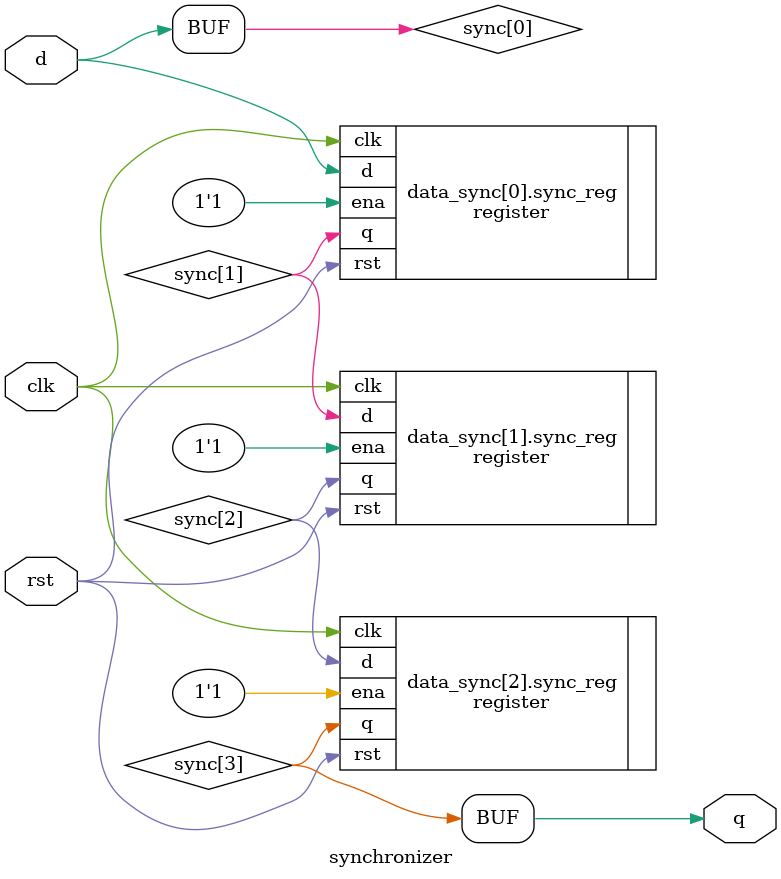
<source format=v>
/*** Examples of Synchronizer usage

// Positive Reset Sync
synchronizer #(
	.RST_STATE(1)		// When reset occurs go immediately into reset state
) ref_rst_sync (
	.clk	(clk),
	.rst	(rst),
	.d		(rst),
	.q		(registered_reset)
);

// Negative Reset Sync
synchronizer #(
	.RST_STATE(0)		// When reset occurs go immediately into reset_n state
) ref_rst_sync (
	.clk	(clk),
	.rst	(!reset_n),
	.d		(reset_n),
	.q		(registered_reset_n)
);

// Signal Sync - Warning: Extra steps need to be taken to ensure data bus integrity is kept across clock domains!
synchronizer #(
	.RST_STATE({SZ_SYNC{1'b0}}),	// When reset occurs, the entire sync bus goes to zero
	.SZ_DATA(SZ_SYNC),				// Width of signal bus
	.NUM_SYNC(2)						// Number of synchronizing registers
) ref_sig_sync (
	.clk	(clk),
	.rst	(rst),
	.d		(sig_to_clk),
	.q		(sig_from_clk)
);

*/
module synchronizer (
	clk,
	rst,
	d,
	q
);

parameter NUM_SYNC = 3;
parameter SZ_DATA = 1;
parameter RST_STATE = 0;

input wire rst;
input wire clk;
input wire [SZ_DATA-1:0] d;
output wire [SZ_DATA-1:0] q;

wire [SZ_DATA-1:0] sync [NUM_SYNC:0];

assign q = sync[NUM_SYNC];
assign sync[0] = d;

genvar n;
generate
for(n=0; n<NUM_SYNC; n=n+1) begin: data_sync
	register #(.SZ_DATA(SZ_DATA),.RST_STATE(RST_STATE)) sync_reg (
		.clk	(clk),
		.rst	(rst),
		.ena	(1'b1),
		.d		(sync[n]),
		.q		(sync[n+1])
	);
end // for
endgenerate

endmodule

</source>
